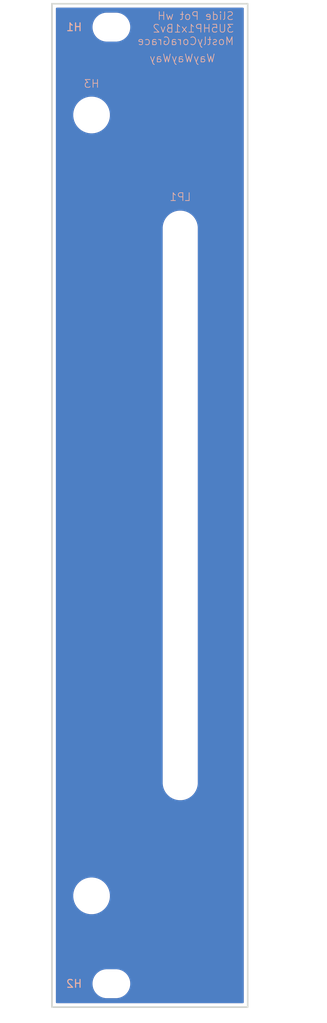
<source format=kicad_pcb>
(kicad_pcb (version 20241229) (generator "pcbnew") (generator_version "9.0")
  (layers (0 "F.Cu" signal) (2 "B.Cu" signal) (13 "F.Paste" user) (15 "B.Paste" user) (5 "F.SilkS" user "F.Silkscreen") (7 "B.SilkS" user "B.Silkscreen") (1 "F.Mask" user) (3 "B.Mask" user) (25 "Edge.Cuts" user))
  (net 0 "")
  (footprint "EXC:Handle_3UM4P100_A" (layer "F.Cu") (at 5.08 16.675)
    (property "Reference" "H3" (at 0 -4 0) (layer "B.SilkS") (effects (font (thickness 0.1)) (justify mirror)))
    (property "Value" "Handle_3UM4P100_PanelMount")
    (pad "" np_thru_hole circle (at 0 0) (size 4.2 4.2) (drill 4.2) (layers "*.Cu" "*.Mask"))
    (pad "" np_thru_hole circle (at 0 100) (size 4.2 4.2) (drill 4.2) (layers "*.Cu" "*.Mask"))
  )
  (footprint "EXC:Linear_Potentiometer_75mm_M2_Panel_Mount_Top" (layer "F.Cu") (at 16.45 66.675)
    (property "Reference" "LP1" (at 0 -39.5 0) (layer "B.SilkS") (effects (font (thickness 0.1)) (justify mirror)))
    (property "Value" "Linear_Potentiometer_75mm_M2_Panel_Mount_Top")
    (pad "" np_thru_hole oval (at 0 0) (size 4 75) (drill oval 4 75) (layers "*.Cu" "*.Mask"))
  )
  (footprint "EXC:MountingHole_3.2mm_M3" (layer "F.Cu") (at 7.62 5.425)
    (property "Reference" "H1" (at -3.683 0 0) (layer "B.SilkS") (effects (justify left mirror)))
    (property "Value" "Eurorack_M3_MountingHole")
    (pad "" np_thru_hole oval (at 0 0) (size 4.34 3.2) (drill oval 4.34 3.2) (layers "*.Cu" "*.Mask"))
  )
  (footprint "EXC:MountingHole_3.2mm_M3" (layer "F.Cu") (at 7.62 127.925)
    (property "Reference" "H2" (at -3.683 0 0) (layer "B.SilkS") (effects (justify left mirror)))
    (property "Value" "Eurorack_M3_MountingHole")
    (pad "" np_thru_hole oval (at 0 0) (size 4.34 3.2) (drill oval 4.34 3.2) (layers "*.Cu" "*.Mask"))
  )
  (gr_rect (start 0 2.425) (end 25.1 130.925) (stroke (width 0.2)) (fill no) (layer "Edge.Cuts"))
  (gr_text "Slide Pot wH\n3U5HP1x1Bv2\nMostlyCoraGrace" (at 23.4 7.8 0) (layer "B.SilkS") (effects (font (size 1 1) (thickness 0.1)) (justify left bottom mirror)))
  (gr_text "WayWayWay" (at 21 10 0) (layer "B.SilkS") (effects (font (size 1 1) (thickness 0.1)) (justify left bottom mirror)))
  (zone (net 0) (net_name "") (layers "F.Cu" "B.Cu") (connect_pads (clearance 0.5)) (min_thickness 0.25) (fill yes (thermal_gap 0.5) (thermal_bridge_width 0.5) (island_removal_mode 1) (island_area_min 10))
    (polygon (pts (xy 0 2.425) (xy 25.1 2.425) (xy 25.1 130.925) (xy 0 130.925)))
  )
)
</source>
